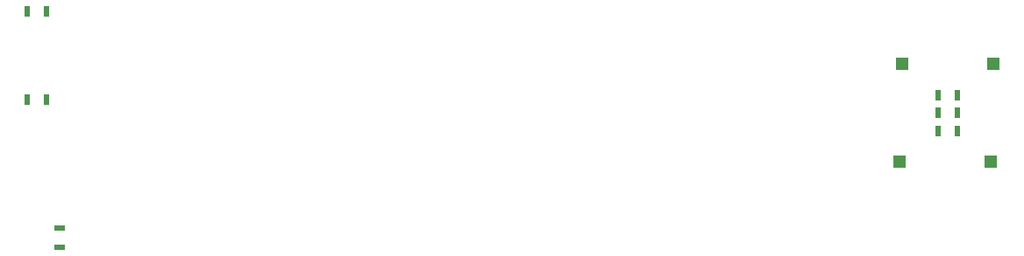
<source format=gbr>
G04 DipTrace 3.2.0.1*
G04 Âåðõíÿÿï.ìàñêà.gbr*
%MOIN*%
G04 #@! TF.FileFunction,Paste,Top*
G04 #@! TF.Part,Single*
%ADD75R,0.051181X0.047244*%
%ADD98R,0.043307X0.019685*%
%ADD100R,0.019685X0.043307*%
%FSLAX26Y26*%
G04*
G70*
G90*
G75*
G01*
G04 TopPaste*
%LPD*%
D100*
X593552Y1427953D3*
X668356D3*
X593552Y1765453D3*
X668356D3*
D98*
X718454Y865550D3*
Y940353D3*
D100*
X4131890Y1446850D3*
X4057087D3*
Y1377953D3*
X4131890D3*
X4057087Y1309055D3*
X4131890D3*
D75*
X4267717Y1564961D3*
X3921260D3*
X4257874Y1190945D3*
X3911417D3*
M02*

</source>
